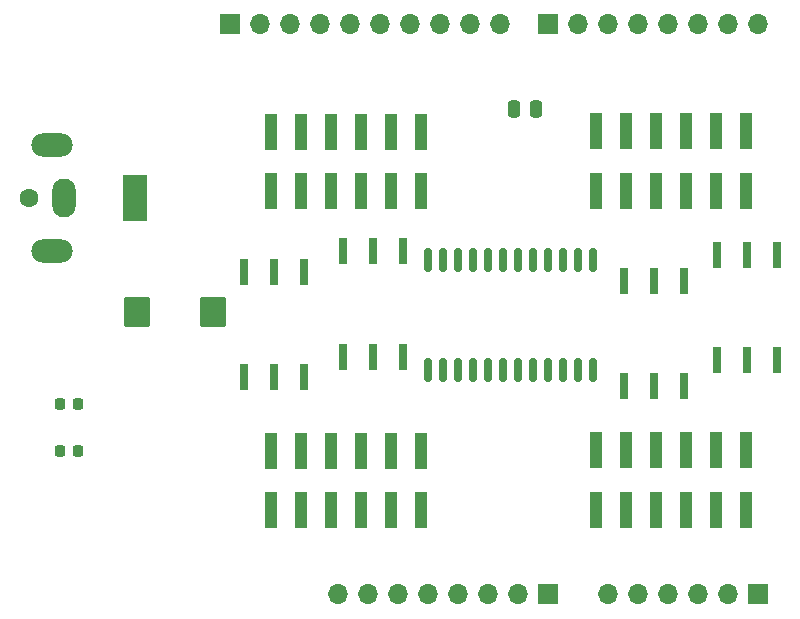
<source format=gbr>
%TF.GenerationSoftware,KiCad,Pcbnew,7.0.7*%
%TF.CreationDate,2024-12-12T20:18:20-05:00*%
%TF.ProjectId,design-files_CB,64657369-676e-42d6-9669-6c65735f4342,rev?*%
%TF.SameCoordinates,Original*%
%TF.FileFunction,Soldermask,Top*%
%TF.FilePolarity,Negative*%
%FSLAX46Y46*%
G04 Gerber Fmt 4.6, Leading zero omitted, Abs format (unit mm)*
G04 Created by KiCad (PCBNEW 7.0.7) date 2024-12-12 20:18:20*
%MOMM*%
%LPD*%
G01*
G04 APERTURE LIST*
G04 Aperture macros list*
%AMRoundRect*
0 Rectangle with rounded corners*
0 $1 Rounding radius*
0 $2 $3 $4 $5 $6 $7 $8 $9 X,Y pos of 4 corners*
0 Add a 4 corners polygon primitive as box body*
4,1,4,$2,$3,$4,$5,$6,$7,$8,$9,$2,$3,0*
0 Add four circle primitives for the rounded corners*
1,1,$1+$1,$2,$3*
1,1,$1+$1,$4,$5*
1,1,$1+$1,$6,$7*
1,1,$1+$1,$8,$9*
0 Add four rect primitives between the rounded corners*
20,1,$1+$1,$2,$3,$4,$5,0*
20,1,$1+$1,$4,$5,$6,$7,0*
20,1,$1+$1,$6,$7,$8,$9,0*
20,1,$1+$1,$8,$9,$2,$3,0*%
G04 Aperture macros list end*
%ADD10RoundRect,0.250000X0.250000X0.475000X-0.250000X0.475000X-0.250000X-0.475000X0.250000X-0.475000X0*%
%ADD11R,0.650000X2.200000*%
%ADD12R,1.000000X3.150000*%
%ADD13RoundRect,0.150000X0.150000X-0.875000X0.150000X0.875000X-0.150000X0.875000X-0.150000X-0.875000X0*%
%ADD14C,1.600000*%
%ADD15R,2.000000X4.000000*%
%ADD16O,2.000000X3.300000*%
%ADD17O,3.500000X2.000000*%
%ADD18RoundRect,0.218750X0.218750X0.256250X-0.218750X0.256250X-0.218750X-0.256250X0.218750X-0.256250X0*%
%ADD19RoundRect,0.250000X0.875000X1.025000X-0.875000X1.025000X-0.875000X-1.025000X0.875000X-1.025000X0*%
%ADD20R,1.700000X1.700000*%
%ADD21O,1.700000X1.700000*%
G04 APERTURE END LIST*
D10*
%TO.C,C5*%
X61570000Y-25050000D03*
X59670000Y-25050000D03*
%TD*%
D11*
%TO.C,U8*%
X74100000Y-39550000D03*
X71560000Y-39550000D03*
X69020000Y-39550000D03*
X69020000Y-48450000D03*
X71560000Y-48450000D03*
X74100000Y-48450000D03*
%TD*%
D12*
%TO.C,J2*%
X39130000Y-58990000D03*
X39130000Y-53940000D03*
X41670000Y-58990000D03*
X41670000Y-53940000D03*
X44210000Y-58990000D03*
X44210000Y-53940000D03*
X46750000Y-58990000D03*
X46750000Y-53940000D03*
X49290000Y-58990000D03*
X49290000Y-53940000D03*
X51830000Y-58990000D03*
X51830000Y-53940000D03*
%TD*%
%TO.C,J5*%
X66630000Y-31940000D03*
X66630000Y-26890000D03*
X69170000Y-31940000D03*
X69170000Y-26890000D03*
X71710000Y-31940000D03*
X71710000Y-26890000D03*
X74250000Y-31940000D03*
X74250000Y-26890000D03*
X76790000Y-31940000D03*
X76790000Y-26890000D03*
X79330000Y-31940000D03*
X79330000Y-26890000D03*
%TD*%
D13*
%TO.C,U1*%
X52360000Y-47090000D03*
X53630000Y-47090000D03*
X54900000Y-47090000D03*
X56170000Y-47090000D03*
X57440000Y-47090000D03*
X58710000Y-47090000D03*
X59980000Y-47090000D03*
X61250000Y-47090000D03*
X62520000Y-47090000D03*
X63790000Y-47090000D03*
X65060000Y-47090000D03*
X66330000Y-47090000D03*
X66330000Y-37790000D03*
X65060000Y-37790000D03*
X63790000Y-37790000D03*
X62520000Y-37790000D03*
X61250000Y-37790000D03*
X59980000Y-37790000D03*
X58710000Y-37790000D03*
X57440000Y-37790000D03*
X56170000Y-37790000D03*
X54900000Y-37790000D03*
X53630000Y-37790000D03*
X52360000Y-37790000D03*
%TD*%
D11*
%TO.C,U9*%
X76880000Y-46290000D03*
X79420000Y-46290000D03*
X81960000Y-46290000D03*
X81960000Y-37390000D03*
X79420000Y-37390000D03*
X76880000Y-37390000D03*
%TD*%
D14*
%TO.C,J1*%
X18570000Y-32560000D03*
D15*
X27570000Y-32560000D03*
D16*
X21570000Y-32560000D03*
D17*
X20570000Y-28060000D03*
X20570000Y-37060000D03*
%TD*%
D12*
%TO.C,J3*%
X39130000Y-31990000D03*
X39130000Y-26940000D03*
X41670000Y-31990000D03*
X41670000Y-26940000D03*
X44210000Y-31990000D03*
X44210000Y-26940000D03*
X46750000Y-31990000D03*
X46750000Y-26940000D03*
X49290000Y-31990000D03*
X49290000Y-26940000D03*
X51830000Y-31990000D03*
X51830000Y-26940000D03*
%TD*%
D11*
%TO.C,U6*%
X45230000Y-45970000D03*
X47770000Y-45970000D03*
X50310000Y-45970000D03*
X50310000Y-37070000D03*
X47770000Y-37070000D03*
X45230000Y-37070000D03*
%TD*%
D18*
%TO.C,D17*%
X22787500Y-54000000D03*
X21212500Y-54000000D03*
%TD*%
D12*
%TO.C,J4*%
X66630000Y-58940000D03*
X66630000Y-53890000D03*
X69170000Y-58940000D03*
X69170000Y-53890000D03*
X71710000Y-58940000D03*
X71710000Y-53890000D03*
X74250000Y-58940000D03*
X74250000Y-53890000D03*
X76790000Y-58940000D03*
X76790000Y-53890000D03*
X79330000Y-58940000D03*
X79330000Y-53890000D03*
%TD*%
D11*
%TO.C,U5*%
X41910000Y-38800000D03*
X39370000Y-38800000D03*
X36830000Y-38800000D03*
X36830000Y-47700000D03*
X39370000Y-47700000D03*
X41910000Y-47700000D03*
%TD*%
D19*
%TO.C,C1*%
X34170000Y-42210000D03*
X27770000Y-42210000D03*
%TD*%
D18*
%TO.C,D18*%
X22787500Y-50000000D03*
X21212500Y-50000000D03*
%TD*%
D20*
%TO.C,J8*%
X35650000Y-17840000D03*
D21*
X38190000Y-17840000D03*
X40730000Y-17840000D03*
X43270000Y-17840000D03*
X45810000Y-17840000D03*
X48350000Y-17840000D03*
X50890000Y-17840000D03*
X53430000Y-17840000D03*
X55970000Y-17840000D03*
X58510000Y-17840000D03*
%TD*%
D20*
%TO.C,J7*%
X80350000Y-66090000D03*
D21*
X77810000Y-66090000D03*
X75270000Y-66090000D03*
X72730000Y-66090000D03*
X70190000Y-66090000D03*
X67650000Y-66090000D03*
%TD*%
D20*
%TO.C,J6*%
X62570000Y-66090000D03*
D21*
X60030000Y-66090000D03*
X57490000Y-66090000D03*
X54950000Y-66090000D03*
X52410000Y-66090000D03*
X49870000Y-66090000D03*
X47330000Y-66090000D03*
X44790000Y-66090000D03*
%TD*%
D20*
%TO.C,J9*%
X62570000Y-17840000D03*
D21*
X65110000Y-17840000D03*
X67650000Y-17840000D03*
X70190000Y-17840000D03*
X72730000Y-17840000D03*
X75270000Y-17840000D03*
X77810000Y-17840000D03*
X80350000Y-17840000D03*
%TD*%
M02*

</source>
